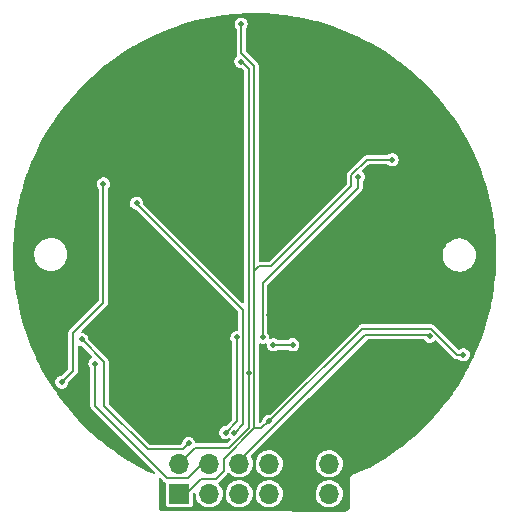
<source format=gbr>
%TF.GenerationSoftware,KiCad,Pcbnew,(5.99.0-9211-g6536d1de72)*%
%TF.CreationDate,2021-02-22T16:11:53-08:00*%
%TF.ProjectId,SoundLens,536f756e-644c-4656-9e73-2e6b69636164,rev?*%
%TF.SameCoordinates,Original*%
%TF.FileFunction,Copper,L2,Bot*%
%TF.FilePolarity,Positive*%
%FSLAX46Y46*%
G04 Gerber Fmt 4.6, Leading zero omitted, Abs format (unit mm)*
G04 Created by KiCad (PCBNEW (5.99.0-9211-g6536d1de72)) date 2021-02-22 16:11:53*
%MOMM*%
%LPD*%
G01*
G04 APERTURE LIST*
%TA.AperFunction,ComponentPad*%
%ADD10R,1.700000X1.700000*%
%TD*%
%TA.AperFunction,ComponentPad*%
%ADD11O,1.700000X1.700000*%
%TD*%
%TA.AperFunction,ViaPad*%
%ADD12C,0.500000*%
%TD*%
%TA.AperFunction,Conductor*%
%ADD13C,0.200000*%
%TD*%
%TA.AperFunction,Conductor*%
%ADD14C,0.250000*%
%TD*%
%TA.AperFunction,Conductor*%
%ADD15C,0.160000*%
%TD*%
G04 APERTURE END LIST*
D10*
%TO.P,J1,1,Pin_1*%
%TO.N,/PDM_CLK*%
X93600000Y-120225000D03*
D11*
%TO.P,J1,2,Pin_2*%
%TO.N,/PDM1*%
X93600000Y-117685000D03*
%TO.P,J1,3,Pin_3*%
%TO.N,/LED_LATCH*%
X96140000Y-120225000D03*
%TO.P,J1,4,Pin_4*%
%TO.N,/PDM2*%
X96140000Y-117685000D03*
%TO.P,J1,5,Pin_5*%
%TO.N,/LED_DATA*%
X98680000Y-120225000D03*
%TO.P,J1,6,Pin_6*%
%TO.N,/PDM3*%
X98680000Y-117685000D03*
%TO.P,J1,7,Pin_7*%
%TO.N,/LED_EN*%
X101220000Y-120225000D03*
%TO.P,J1,8,Pin_8*%
%TO.N,/LED_CLK*%
X101220000Y-117685000D03*
%TO.P,J1,9,Pin_9*%
%TO.N,GND*%
X103760000Y-120225000D03*
%TO.P,J1,10,Pin_10*%
X103760000Y-117685000D03*
%TO.P,J1,11,Pin_11*%
%TO.N,+3V3*%
X106300000Y-120225000D03*
%TO.P,J1,12,Pin_12*%
X106300000Y-117685000D03*
%TD*%
D12*
%TO.N,+3V3*%
X85370000Y-107160000D03*
X101570000Y-107610000D03*
X94420000Y-115960000D03*
X103211847Y-107601847D03*
%TO.N,GND*%
X81762743Y-106097257D03*
X85300000Y-110650000D03*
X96025000Y-113445000D03*
X101170000Y-105060000D03*
X102862500Y-103077500D03*
X116570000Y-107060000D03*
X103791000Y-81319000D03*
X88090000Y-95360000D03*
X90380000Y-90210000D03*
X114220812Y-112520812D03*
X95990000Y-110970000D03*
X113355000Y-96595000D03*
%TO.N,/PDM_CLK*%
X117660000Y-108460000D03*
X87190000Y-93990000D03*
X98840000Y-80450000D03*
X83650000Y-110770000D03*
X111630000Y-91950000D03*
X101200000Y-114100000D03*
%TO.N,/PDM1*%
X99490000Y-110020000D03*
X98830000Y-83630000D03*
%TO.N,/PDM2*%
X97540000Y-115040000D03*
X108760000Y-93410000D03*
X86470000Y-109200000D03*
X100670000Y-106960000D03*
X98490000Y-106990000D03*
%TO.N,/PDM3*%
X98250000Y-115080000D03*
X89990000Y-95610000D03*
X114820000Y-106900000D03*
%TD*%
D13*
%TO.N,+3V3*%
X87220000Y-109060000D02*
X85370000Y-107160000D01*
X103203694Y-107610000D02*
X101636306Y-107610000D01*
X94420000Y-115960000D02*
X93920000Y-116460000D01*
D14*
X101620000Y-107610000D02*
X101570000Y-107610000D01*
D13*
X93920000Y-116460000D02*
X90920000Y-116460000D01*
X101636306Y-107610000D02*
X101628153Y-107601847D01*
X87220000Y-112760000D02*
X87220000Y-109060000D01*
X90920000Y-116460000D02*
X87220000Y-112760000D01*
X103211847Y-107601847D02*
X103203694Y-107610000D01*
D14*
X101628153Y-107601847D02*
X101620000Y-107610000D01*
D15*
%TO.N,/PDM_CLK*%
X114920000Y-106260000D02*
X117120000Y-108460000D01*
X94205000Y-120225000D02*
X93600000Y-120225000D01*
X117120000Y-108460000D02*
X117660000Y-108460000D01*
D13*
X87190000Y-93990000D02*
X87220000Y-94030000D01*
X87230000Y-94030000D02*
X87220000Y-94030000D01*
D15*
X101410000Y-100950000D02*
X100380000Y-100950000D01*
D13*
X87190000Y-93990000D02*
X87230000Y-94030000D01*
D15*
X98840000Y-82900000D02*
X99970000Y-84030000D01*
D13*
X87230000Y-94030000D02*
X87140000Y-94010000D01*
D15*
X97380000Y-117260000D02*
X97380000Y-118270000D01*
X100380000Y-100950000D02*
X99970000Y-101360000D01*
X99970000Y-101360000D02*
X99970000Y-102360000D01*
X109470000Y-91960000D02*
X108170000Y-93260000D01*
D13*
X87190000Y-93990000D02*
X87190000Y-104040000D01*
D15*
X108170000Y-93260000D02*
X108170000Y-94190000D01*
X100500000Y-114690000D02*
X99950000Y-114690000D01*
D13*
X83780000Y-110770000D02*
X83650000Y-110770000D01*
D15*
X99950000Y-114690000D02*
X97380000Y-117260000D01*
X109070000Y-106260000D02*
X114920000Y-106260000D01*
X111620000Y-91960000D02*
X109470000Y-91960000D01*
X111630000Y-91950000D02*
X111620000Y-91960000D01*
X97380000Y-118270000D02*
X96690000Y-118960000D01*
X99970000Y-84030000D02*
X99970000Y-114630000D01*
D13*
X101320000Y-114100000D02*
X101200000Y-114100000D01*
D15*
X101230000Y-114100000D02*
X109070000Y-106260000D01*
D13*
X87220000Y-94030000D02*
X87140000Y-94010000D01*
D15*
X95470000Y-118960000D02*
X94205000Y-120225000D01*
D13*
X84620000Y-109800000D02*
X83650000Y-110770000D01*
D15*
X108170000Y-94190000D02*
X101410000Y-100950000D01*
X101200000Y-114100000D02*
X100500000Y-114690000D01*
D13*
X98810000Y-80440000D02*
X98840000Y-80450000D01*
X93145000Y-120225000D02*
X93145000Y-120135000D01*
D15*
X96690000Y-118960000D02*
X95470000Y-118960000D01*
D13*
X87190000Y-104040000D02*
X84620000Y-106610000D01*
D15*
X98840000Y-80450000D02*
X98840000Y-82900000D01*
D13*
X84620000Y-106610000D02*
X84620000Y-109800000D01*
D15*
X101200000Y-114100000D02*
X101230000Y-114100000D01*
%TO.N,/PDM1*%
X99480000Y-110010000D02*
X99480000Y-84220000D01*
X99500000Y-110030000D02*
X99500000Y-114644996D01*
D13*
X94925000Y-116360000D02*
X93600000Y-117685000D01*
D15*
X99480000Y-84220000D02*
X98890000Y-83630000D01*
D13*
X98890000Y-83630000D02*
X98830000Y-83630000D01*
X97784996Y-116360000D02*
X94925000Y-116360000D01*
D15*
X99500000Y-114644996D02*
X97784996Y-116360000D01*
D13*
X99490000Y-110020000D02*
X99480000Y-110010000D01*
X99490000Y-110020000D02*
X99500000Y-110030000D01*
D15*
%TO.N,/PDM2*%
X100670000Y-106960000D02*
X100670000Y-102410000D01*
X100670000Y-102410000D02*
X108760000Y-94320000D01*
X98490000Y-114090000D02*
X97540000Y-115040000D01*
D13*
X86470000Y-109200000D02*
X86470000Y-112760000D01*
D15*
X98490000Y-106990000D02*
X98490000Y-114090000D01*
D13*
X86470000Y-112760000D02*
X92584978Y-118874978D01*
D15*
X108760000Y-94320000D02*
X108760000Y-93410000D01*
D13*
X94345022Y-118874978D02*
X95535000Y-117685000D01*
X92584978Y-118874978D02*
X94345022Y-118874978D01*
%TO.N,/PDM3*%
X98210000Y-115040000D02*
X98250000Y-115080000D01*
D15*
X109370000Y-106760000D02*
X114680000Y-106760000D01*
X98990000Y-114340000D02*
X98290020Y-115039980D01*
X98290020Y-115039980D02*
X98250000Y-115080000D01*
D13*
X89990000Y-95610000D02*
X90033116Y-95566884D01*
D15*
X90040000Y-95680000D02*
X98990000Y-104630000D01*
X90040000Y-95660000D02*
X90040000Y-95680000D01*
X89990000Y-95610000D02*
X90040000Y-95660000D01*
X98990000Y-104630000D02*
X98990000Y-114340000D01*
X114680000Y-106760000D02*
X114820000Y-106900000D01*
X98680000Y-117450000D02*
X109370000Y-106760000D01*
X98680000Y-117720000D02*
X98680000Y-117450000D01*
%TD*%
%TA.AperFunction,Conductor*%
%TO.N,GND*%
G36*
X100243336Y-79543947D02*
G01*
X100890343Y-79558065D01*
X100894658Y-79558253D01*
X101781162Y-79616358D01*
X101785465Y-79616734D01*
X102327441Y-79676090D01*
X102668601Y-79713453D01*
X102672883Y-79714017D01*
X103482885Y-79838687D01*
X103550926Y-79849160D01*
X103555167Y-79849907D01*
X103631725Y-79865135D01*
X104426537Y-80023234D01*
X104430745Y-80024167D01*
X105093987Y-80186461D01*
X105293683Y-80235326D01*
X105293708Y-80235332D01*
X105297876Y-80236449D01*
X106150780Y-80485048D01*
X106154884Y-80486342D01*
X106863793Y-80726985D01*
X106996169Y-80771921D01*
X107000227Y-80773398D01*
X107828211Y-81095383D01*
X107832197Y-81097034D01*
X108397124Y-81345608D01*
X108645374Y-81454841D01*
X108649286Y-81456666D01*
X109446078Y-81849600D01*
X109449886Y-81851582D01*
X109821305Y-82055349D01*
X110152234Y-82236903D01*
X110228792Y-82278904D01*
X110232530Y-82281063D01*
X110320538Y-82334467D01*
X110442982Y-82408768D01*
X110992013Y-82741928D01*
X110995654Y-82744247D01*
X111017291Y-82758704D01*
X111405749Y-83018263D01*
X111734379Y-83237846D01*
X111737871Y-83240291D01*
X112167898Y-83555600D01*
X112454356Y-83765640D01*
X112457778Y-83768266D01*
X112717108Y-83976400D01*
X113150631Y-84324339D01*
X113153920Y-84327099D01*
X113596937Y-84715614D01*
X113821862Y-84912867D01*
X113825047Y-84915785D01*
X114005898Y-85088912D01*
X114466825Y-85530154D01*
X114469849Y-85533178D01*
X114665577Y-85737638D01*
X115084200Y-86174937D01*
X115087118Y-86178122D01*
X115672885Y-86846062D01*
X115675661Y-86849370D01*
X115926732Y-87162197D01*
X116231732Y-87542218D01*
X116231734Y-87542221D01*
X116234361Y-87545644D01*
X116534851Y-87955460D01*
X116759697Y-88262112D01*
X116762164Y-88265636D01*
X117255741Y-89004327D01*
X117258047Y-89007946D01*
X117565563Y-89514718D01*
X117718936Y-89767469D01*
X117721096Y-89771209D01*
X117944651Y-90178696D01*
X118148412Y-90550103D01*
X118150406Y-90553934D01*
X118543330Y-91350704D01*
X118543340Y-91350725D01*
X118545159Y-91354625D01*
X118627232Y-91541150D01*
X118674575Y-91648744D01*
X118902966Y-92167802D01*
X118904619Y-92171793D01*
X119226604Y-92999778D01*
X119228081Y-93003836D01*
X119253577Y-93078945D01*
X119513656Y-93845108D01*
X119514946Y-93849201D01*
X119560420Y-94005214D01*
X119763556Y-94702146D01*
X119764674Y-94706318D01*
X119950885Y-95467298D01*
X119975832Y-95569250D01*
X119976766Y-95573463D01*
X120093850Y-96162080D01*
X120150091Y-96444824D01*
X120150841Y-96449078D01*
X120285981Y-97327103D01*
X120286545Y-97331385D01*
X120383266Y-98214533D01*
X120383642Y-98218835D01*
X120415607Y-98706523D01*
X120441747Y-99105345D01*
X120441935Y-99109656D01*
X120461129Y-99989294D01*
X120461315Y-99997839D01*
X120461315Y-100002159D01*
X120441935Y-100890338D01*
X120441747Y-100894653D01*
X120383642Y-101781162D01*
X120383266Y-101785465D01*
X120286543Y-102668640D01*
X120285987Y-102672858D01*
X120271150Y-102769259D01*
X120150835Y-103550950D01*
X120150085Y-103555204D01*
X120129778Y-103657294D01*
X120033466Y-104141486D01*
X119988406Y-104368022D01*
X119976767Y-104426533D01*
X119975832Y-104430750D01*
X119829245Y-105029803D01*
X119764668Y-105293707D01*
X119763550Y-105297878D01*
X119514950Y-106150788D01*
X119513658Y-106154884D01*
X119377719Y-106555347D01*
X119293168Y-106804425D01*
X119228079Y-106996169D01*
X119226602Y-107000227D01*
X119145220Y-107209500D01*
X118905763Y-107825265D01*
X118904619Y-107828207D01*
X118902966Y-107832197D01*
X118761402Y-108153927D01*
X118545166Y-108645360D01*
X118543343Y-108649269D01*
X118413482Y-108912601D01*
X118150406Y-109446066D01*
X118148412Y-109449897D01*
X117841179Y-110009909D01*
X117822557Y-110043853D01*
X117723125Y-110225093D01*
X117721097Y-110228790D01*
X117718939Y-110232527D01*
X117258062Y-110992028D01*
X117255742Y-110995670D01*
X116762173Y-111734350D01*
X116759701Y-111737880D01*
X116492873Y-112101789D01*
X116234371Y-112454342D01*
X116231745Y-112457764D01*
X115675668Y-113150623D01*
X115672891Y-113153932D01*
X115153740Y-113745911D01*
X115087133Y-113821862D01*
X115084215Y-113825047D01*
X114953697Y-113961388D01*
X114469846Y-114466825D01*
X114466822Y-114469849D01*
X114245893Y-114681343D01*
X113825051Y-115084211D01*
X113821897Y-115087102D01*
X113488779Y-115379239D01*
X113153920Y-115672901D01*
X113150636Y-115675657D01*
X112536959Y-116168185D01*
X112457775Y-116231737D01*
X112454349Y-116234366D01*
X111900465Y-116640490D01*
X111737880Y-116759702D01*
X111734360Y-116762166D01*
X110995653Y-117255755D01*
X110992057Y-117258045D01*
X110985558Y-117261989D01*
X110684363Y-117444758D01*
X110232531Y-117718936D01*
X110228791Y-117721096D01*
X109716400Y-118002204D01*
X109457610Y-118144181D01*
X109449827Y-118148017D01*
X108274769Y-118664487D01*
X108271136Y-118665785D01*
X108265946Y-118666245D01*
X108226698Y-118685521D01*
X108222943Y-118687267D01*
X108215195Y-118690672D01*
X108206881Y-118694326D01*
X108206878Y-118694328D01*
X108202709Y-118696160D01*
X108198942Y-118698727D01*
X108194956Y-118700937D01*
X108194855Y-118700755D01*
X108190408Y-118703343D01*
X108165696Y-118715480D01*
X108159493Y-118722192D01*
X108158590Y-118723169D01*
X108141640Y-118737782D01*
X108132985Y-118743681D01*
X108127791Y-118751204D01*
X108127790Y-118751205D01*
X108117338Y-118766343D01*
X108108580Y-118777282D01*
X108089892Y-118797503D01*
X108086521Y-118805999D01*
X108086520Y-118806000D01*
X108086028Y-118807240D01*
X108075480Y-118826967D01*
X108074721Y-118828067D01*
X108069527Y-118835590D01*
X108063086Y-118862372D01*
X108058857Y-118875715D01*
X108048699Y-118901315D01*
X108047906Y-118909567D01*
X108047910Y-118911984D01*
X108047910Y-118911993D01*
X108047913Y-118913547D01*
X108045701Y-118932345D01*
X108045548Y-118935294D01*
X108043411Y-118944180D01*
X108044616Y-118953240D01*
X108047183Y-118972539D01*
X108048047Y-118985408D01*
X108052164Y-121199463D01*
X108052255Y-121248578D01*
X108049950Y-121265796D01*
X108050215Y-121265830D01*
X108049041Y-121275019D01*
X108048970Y-121277443D01*
X108046438Y-121363816D01*
X108045784Y-121372639D01*
X108045191Y-121377611D01*
X108043106Y-121389190D01*
X108025877Y-121460330D01*
X108017694Y-121482313D01*
X107985959Y-121543996D01*
X107972830Y-121563436D01*
X107927467Y-121615918D01*
X107910127Y-121631727D01*
X107853685Y-121672059D01*
X107833123Y-121683336D01*
X107768769Y-121709252D01*
X107746124Y-121715373D01*
X107700637Y-121722028D01*
X107673698Y-121725969D01*
X107661981Y-121726978D01*
X107656982Y-121727110D01*
X107648134Y-121726947D01*
X107588122Y-121723160D01*
X107588119Y-121723160D01*
X107583571Y-121722873D01*
X107539802Y-121728200D01*
X107527806Y-121728923D01*
X98726936Y-121724104D01*
X96005275Y-121722613D01*
X94937505Y-121722028D01*
X94937195Y-121722020D01*
X94936991Y-121722000D01*
X94886705Y-121722000D01*
X94859533Y-121721985D01*
X94859317Y-121721985D01*
X94859246Y-121721998D01*
X94859207Y-121722000D01*
X92351825Y-121722000D01*
X92334192Y-121719623D01*
X92334170Y-121719799D01*
X92327380Y-121718931D01*
X92327370Y-121718930D01*
X92324981Y-121718625D01*
X92278089Y-121717251D01*
X92236175Y-121716022D01*
X92227336Y-121715366D01*
X92222379Y-121714774D01*
X92210818Y-121712692D01*
X92139673Y-121695463D01*
X92117687Y-121687278D01*
X92056006Y-121655544D01*
X92036564Y-121642414D01*
X91984082Y-121597051D01*
X91968273Y-121579711D01*
X91934132Y-121531933D01*
X91927941Y-121523269D01*
X91916664Y-121502707D01*
X91890748Y-121438353D01*
X91884626Y-121415707D01*
X91880747Y-121389190D01*
X91874028Y-121343262D01*
X91873022Y-121331577D01*
X91872889Y-121326566D01*
X91873051Y-121317741D01*
X91876329Y-121265796D01*
X91876840Y-121257706D01*
X91876840Y-121257703D01*
X91877127Y-121253155D01*
X91872117Y-121211983D01*
X91871394Y-121199463D01*
X91876573Y-120285474D01*
X91879444Y-119778798D01*
X91882093Y-119311358D01*
X91883692Y-119029254D01*
X91883750Y-119028609D01*
X91884364Y-119026973D01*
X91883957Y-118984383D01*
X91883954Y-118982912D01*
X91883977Y-118978818D01*
X91903211Y-118920735D01*
X91952912Y-118885050D01*
X92014096Y-118885394D01*
X92052979Y-118909371D01*
X92256894Y-119113286D01*
X92256915Y-119113310D01*
X92256922Y-119113325D01*
X92346631Y-119203034D01*
X92368129Y-119213987D01*
X92381368Y-119222101D01*
X92400885Y-119236281D01*
X92401282Y-119236410D01*
X92441907Y-119277036D01*
X92451011Y-119340171D01*
X92444500Y-119375000D01*
X92444500Y-121075000D01*
X92445803Y-121103188D01*
X92476528Y-121211173D01*
X92544186Y-121300767D01*
X92639641Y-121359870D01*
X92687314Y-121368782D01*
X92745493Y-121379658D01*
X92745498Y-121379659D01*
X92750000Y-121380500D01*
X94450000Y-121380500D01*
X94478188Y-121379197D01*
X94546114Y-121359870D01*
X94577352Y-121350982D01*
X94577353Y-121350982D01*
X94586173Y-121348472D01*
X94675767Y-121280814D01*
X94734870Y-121185359D01*
X94746529Y-121122992D01*
X94754658Y-121079507D01*
X94754659Y-121079502D01*
X94755500Y-121075000D01*
X94755500Y-120253615D01*
X94774407Y-120195424D01*
X94784490Y-120183619D01*
X94817385Y-120150724D01*
X94871899Y-120122948D01*
X94932331Y-120132519D01*
X94975596Y-120175784D01*
X94986174Y-120214254D01*
X94998726Y-120405760D01*
X94999842Y-120410153D01*
X94999842Y-120410155D01*
X95021326Y-120494746D01*
X95050778Y-120610714D01*
X95139308Y-120802750D01*
X95261351Y-120975437D01*
X95412820Y-121122992D01*
X95588643Y-121240473D01*
X95592810Y-121242263D01*
X95592815Y-121242266D01*
X95676883Y-121278384D01*
X95782931Y-121323946D01*
X95989177Y-121370615D01*
X96114150Y-121375525D01*
X96195941Y-121378738D01*
X96195942Y-121378738D01*
X96200474Y-121378916D01*
X96409746Y-121348573D01*
X96414045Y-121347114D01*
X96414048Y-121347113D01*
X96605683Y-121282062D01*
X96609984Y-121280602D01*
X96619954Y-121275019D01*
X96780052Y-121185359D01*
X96794482Y-121177278D01*
X96957062Y-121042062D01*
X97092278Y-120879482D01*
X97195602Y-120694984D01*
X97263573Y-120494746D01*
X97275838Y-120410155D01*
X97293496Y-120288374D01*
X97293497Y-120288366D01*
X97293916Y-120285474D01*
X97294751Y-120253615D01*
X97295424Y-120227913D01*
X97295424Y-120227908D01*
X97295500Y-120225000D01*
X97294362Y-120212608D01*
X97292721Y-120194753D01*
X97524896Y-120194753D01*
X97538726Y-120405760D01*
X97539842Y-120410153D01*
X97539842Y-120410155D01*
X97561326Y-120494746D01*
X97590778Y-120610714D01*
X97679308Y-120802750D01*
X97801351Y-120975437D01*
X97952820Y-121122992D01*
X98128643Y-121240473D01*
X98132810Y-121242263D01*
X98132815Y-121242266D01*
X98216883Y-121278384D01*
X98322931Y-121323946D01*
X98529177Y-121370615D01*
X98654150Y-121375525D01*
X98735941Y-121378738D01*
X98735942Y-121378738D01*
X98740474Y-121378916D01*
X98949746Y-121348573D01*
X98954045Y-121347114D01*
X98954048Y-121347113D01*
X99145683Y-121282062D01*
X99149984Y-121280602D01*
X99159954Y-121275019D01*
X99320052Y-121185359D01*
X99334482Y-121177278D01*
X99497062Y-121042062D01*
X99632278Y-120879482D01*
X99735602Y-120694984D01*
X99803573Y-120494746D01*
X99815838Y-120410155D01*
X99833496Y-120288374D01*
X99833497Y-120288366D01*
X99833916Y-120285474D01*
X99834751Y-120253615D01*
X99835424Y-120227913D01*
X99835424Y-120227908D01*
X99835500Y-120225000D01*
X99834362Y-120212608D01*
X99832721Y-120194753D01*
X100064896Y-120194753D01*
X100078726Y-120405760D01*
X100079842Y-120410153D01*
X100079842Y-120410155D01*
X100101326Y-120494746D01*
X100130778Y-120610714D01*
X100219308Y-120802750D01*
X100341351Y-120975437D01*
X100492820Y-121122992D01*
X100668643Y-121240473D01*
X100672810Y-121242263D01*
X100672815Y-121242266D01*
X100756883Y-121278384D01*
X100862931Y-121323946D01*
X101069177Y-121370615D01*
X101194150Y-121375525D01*
X101275941Y-121378738D01*
X101275942Y-121378738D01*
X101280474Y-121378916D01*
X101489746Y-121348573D01*
X101494045Y-121347114D01*
X101494048Y-121347113D01*
X101685683Y-121282062D01*
X101689984Y-121280602D01*
X101699954Y-121275019D01*
X101860052Y-121185359D01*
X101874482Y-121177278D01*
X102037062Y-121042062D01*
X102172278Y-120879482D01*
X102275602Y-120694984D01*
X102343573Y-120494746D01*
X102355838Y-120410155D01*
X102373496Y-120288374D01*
X102373497Y-120288366D01*
X102373916Y-120285474D01*
X102374751Y-120253615D01*
X102375424Y-120227913D01*
X102375424Y-120227908D01*
X102375500Y-120225000D01*
X102374362Y-120212608D01*
X102372721Y-120194753D01*
X105144896Y-120194753D01*
X105158726Y-120405760D01*
X105159842Y-120410153D01*
X105159842Y-120410155D01*
X105181326Y-120494746D01*
X105210778Y-120610714D01*
X105299308Y-120802750D01*
X105421351Y-120975437D01*
X105572820Y-121122992D01*
X105748643Y-121240473D01*
X105752810Y-121242263D01*
X105752815Y-121242266D01*
X105836883Y-121278384D01*
X105942931Y-121323946D01*
X106149177Y-121370615D01*
X106274150Y-121375525D01*
X106355941Y-121378738D01*
X106355942Y-121378738D01*
X106360474Y-121378916D01*
X106569746Y-121348573D01*
X106574045Y-121347114D01*
X106574048Y-121347113D01*
X106765683Y-121282062D01*
X106769984Y-121280602D01*
X106779954Y-121275019D01*
X106940052Y-121185359D01*
X106954482Y-121177278D01*
X107117062Y-121042062D01*
X107252278Y-120879482D01*
X107355602Y-120694984D01*
X107423573Y-120494746D01*
X107435838Y-120410155D01*
X107453496Y-120288374D01*
X107453497Y-120288366D01*
X107453916Y-120285474D01*
X107454751Y-120253615D01*
X107455424Y-120227913D01*
X107455424Y-120227908D01*
X107455500Y-120225000D01*
X107454362Y-120212608D01*
X107436566Y-120018945D01*
X107436151Y-120014427D01*
X107378752Y-119810906D01*
X107285226Y-119621253D01*
X107158704Y-119451820D01*
X107041278Y-119343272D01*
X107006754Y-119311358D01*
X107006753Y-119311357D01*
X107003424Y-119308280D01*
X106971056Y-119287857D01*
X106828423Y-119197863D01*
X106824586Y-119195442D01*
X106628180Y-119117084D01*
X106420783Y-119075830D01*
X106315062Y-119074446D01*
X106213880Y-119073121D01*
X106213875Y-119073121D01*
X106209341Y-119073062D01*
X106204866Y-119073831D01*
X106204865Y-119073831D01*
X106005404Y-119108105D01*
X106000935Y-119108873D01*
X105910858Y-119142104D01*
X105806807Y-119180490D01*
X105806804Y-119180491D01*
X105802544Y-119182063D01*
X105798641Y-119184385D01*
X105798639Y-119184386D01*
X105774558Y-119198713D01*
X105620814Y-119290181D01*
X105617399Y-119293176D01*
X105617396Y-119293178D01*
X105596666Y-119311358D01*
X105461830Y-119429606D01*
X105330916Y-119595670D01*
X105232457Y-119782809D01*
X105169750Y-119984758D01*
X105169216Y-119989268D01*
X105169216Y-119989269D01*
X105166239Y-120014427D01*
X105144896Y-120194753D01*
X102372721Y-120194753D01*
X102356566Y-120018945D01*
X102356151Y-120014427D01*
X102298752Y-119810906D01*
X102205226Y-119621253D01*
X102078704Y-119451820D01*
X101961278Y-119343272D01*
X101926754Y-119311358D01*
X101926753Y-119311357D01*
X101923424Y-119308280D01*
X101891056Y-119287857D01*
X101748423Y-119197863D01*
X101744586Y-119195442D01*
X101548180Y-119117084D01*
X101340783Y-119075830D01*
X101235062Y-119074446D01*
X101133880Y-119073121D01*
X101133875Y-119073121D01*
X101129341Y-119073062D01*
X101124866Y-119073831D01*
X101124865Y-119073831D01*
X100925404Y-119108105D01*
X100920935Y-119108873D01*
X100830858Y-119142104D01*
X100726807Y-119180490D01*
X100726804Y-119180491D01*
X100722544Y-119182063D01*
X100718641Y-119184385D01*
X100718639Y-119184386D01*
X100694558Y-119198713D01*
X100540814Y-119290181D01*
X100537399Y-119293176D01*
X100537396Y-119293178D01*
X100516666Y-119311358D01*
X100381830Y-119429606D01*
X100250916Y-119595670D01*
X100152457Y-119782809D01*
X100089750Y-119984758D01*
X100089216Y-119989268D01*
X100089216Y-119989269D01*
X100086239Y-120014427D01*
X100064896Y-120194753D01*
X99832721Y-120194753D01*
X99816566Y-120018945D01*
X99816151Y-120014427D01*
X99758752Y-119810906D01*
X99665226Y-119621253D01*
X99538704Y-119451820D01*
X99421278Y-119343272D01*
X99386754Y-119311358D01*
X99386753Y-119311357D01*
X99383424Y-119308280D01*
X99351056Y-119287857D01*
X99208423Y-119197863D01*
X99204586Y-119195442D01*
X99008180Y-119117084D01*
X98800783Y-119075830D01*
X98695062Y-119074446D01*
X98593880Y-119073121D01*
X98593875Y-119073121D01*
X98589341Y-119073062D01*
X98584866Y-119073831D01*
X98584865Y-119073831D01*
X98385404Y-119108105D01*
X98380935Y-119108873D01*
X98290858Y-119142104D01*
X98186807Y-119180490D01*
X98186804Y-119180491D01*
X98182544Y-119182063D01*
X98178641Y-119184385D01*
X98178639Y-119184386D01*
X98154558Y-119198713D01*
X98000814Y-119290181D01*
X97997399Y-119293176D01*
X97997396Y-119293178D01*
X97976666Y-119311358D01*
X97841830Y-119429606D01*
X97710916Y-119595670D01*
X97612457Y-119782809D01*
X97549750Y-119984758D01*
X97549216Y-119989268D01*
X97549216Y-119989269D01*
X97546239Y-120014427D01*
X97524896Y-120194753D01*
X97292721Y-120194753D01*
X97276566Y-120018945D01*
X97276151Y-120014427D01*
X97218752Y-119810906D01*
X97125226Y-119621253D01*
X96998704Y-119451820D01*
X96939028Y-119396656D01*
X96909131Y-119343272D01*
X96916323Y-119282511D01*
X96933530Y-119256758D01*
X96958842Y-119229375D01*
X96961537Y-119226571D01*
X97613748Y-118574360D01*
X97630050Y-118561195D01*
X97632571Y-118559567D01*
X97639446Y-118555128D01*
X97644512Y-118548701D01*
X97644516Y-118548698D01*
X97659913Y-118529167D01*
X97666860Y-118521348D01*
X97667414Y-118520694D01*
X97670295Y-118517813D01*
X97672667Y-118514493D01*
X97672671Y-118514489D01*
X97682825Y-118500281D01*
X97685623Y-118496554D01*
X97695073Y-118484566D01*
X97745946Y-118450572D01*
X97807084Y-118452972D01*
X97841902Y-118474940D01*
X97952820Y-118582992D01*
X98128643Y-118700473D01*
X98132810Y-118702263D01*
X98132815Y-118702266D01*
X98196123Y-118729465D01*
X98322931Y-118783946D01*
X98529177Y-118830615D01*
X98654150Y-118835525D01*
X98735941Y-118838738D01*
X98735942Y-118838738D01*
X98740474Y-118838916D01*
X98949746Y-118808573D01*
X98954045Y-118807114D01*
X98954048Y-118807113D01*
X99145683Y-118742062D01*
X99149984Y-118740602D01*
X99182858Y-118722192D01*
X99285897Y-118664487D01*
X99334482Y-118637278D01*
X99497062Y-118502062D01*
X99632278Y-118339482D01*
X99735602Y-118154984D01*
X99765702Y-118066312D01*
X99802113Y-117959048D01*
X99802114Y-117959045D01*
X99803573Y-117954746D01*
X99815839Y-117870152D01*
X99833496Y-117748374D01*
X99833497Y-117748366D01*
X99833916Y-117745474D01*
X99834059Y-117740037D01*
X99835424Y-117687913D01*
X99835424Y-117687908D01*
X99835500Y-117685000D01*
X99833925Y-117667853D01*
X99832721Y-117654753D01*
X100064896Y-117654753D01*
X100067525Y-117694861D01*
X100071708Y-117758678D01*
X100078726Y-117865760D01*
X100079842Y-117870153D01*
X100079842Y-117870155D01*
X100121841Y-118035523D01*
X100130778Y-118070714D01*
X100219308Y-118262750D01*
X100341351Y-118435437D01*
X100492820Y-118582992D01*
X100668643Y-118700473D01*
X100672810Y-118702263D01*
X100672815Y-118702266D01*
X100736123Y-118729465D01*
X100862931Y-118783946D01*
X101069177Y-118830615D01*
X101194150Y-118835525D01*
X101275941Y-118838738D01*
X101275942Y-118838738D01*
X101280474Y-118838916D01*
X101489746Y-118808573D01*
X101494045Y-118807114D01*
X101494048Y-118807113D01*
X101685683Y-118742062D01*
X101689984Y-118740602D01*
X101722858Y-118722192D01*
X101825897Y-118664487D01*
X101874482Y-118637278D01*
X102037062Y-118502062D01*
X102172278Y-118339482D01*
X102275602Y-118154984D01*
X102305702Y-118066312D01*
X102342113Y-117959048D01*
X102342114Y-117959045D01*
X102343573Y-117954746D01*
X102355839Y-117870152D01*
X102373496Y-117748374D01*
X102373497Y-117748366D01*
X102373916Y-117745474D01*
X102374059Y-117740037D01*
X102375424Y-117687913D01*
X102375424Y-117687908D01*
X102375500Y-117685000D01*
X102373925Y-117667853D01*
X102372721Y-117654753D01*
X105144896Y-117654753D01*
X105147525Y-117694861D01*
X105151708Y-117758678D01*
X105158726Y-117865760D01*
X105159842Y-117870153D01*
X105159842Y-117870155D01*
X105201841Y-118035523D01*
X105210778Y-118070714D01*
X105299308Y-118262750D01*
X105421351Y-118435437D01*
X105572820Y-118582992D01*
X105748643Y-118700473D01*
X105752810Y-118702263D01*
X105752815Y-118702266D01*
X105816123Y-118729465D01*
X105942931Y-118783946D01*
X106149177Y-118830615D01*
X106274150Y-118835525D01*
X106355941Y-118838738D01*
X106355942Y-118838738D01*
X106360474Y-118838916D01*
X106569746Y-118808573D01*
X106574045Y-118807114D01*
X106574048Y-118807113D01*
X106765683Y-118742062D01*
X106769984Y-118740602D01*
X106802858Y-118722192D01*
X106905897Y-118664487D01*
X106954482Y-118637278D01*
X107117062Y-118502062D01*
X107252278Y-118339482D01*
X107355602Y-118154984D01*
X107385702Y-118066312D01*
X107422113Y-117959048D01*
X107422114Y-117959045D01*
X107423573Y-117954746D01*
X107435839Y-117870152D01*
X107453496Y-117748374D01*
X107453497Y-117748366D01*
X107453916Y-117745474D01*
X107454059Y-117740037D01*
X107455424Y-117687913D01*
X107455424Y-117687908D01*
X107455500Y-117685000D01*
X107453925Y-117667853D01*
X107436566Y-117478945D01*
X107436151Y-117474427D01*
X107378752Y-117270906D01*
X107375632Y-117264580D01*
X107287237Y-117085330D01*
X107287235Y-117085326D01*
X107285226Y-117081253D01*
X107158704Y-116911820D01*
X107003424Y-116768280D01*
X106999423Y-116765755D01*
X106828423Y-116657863D01*
X106824586Y-116655442D01*
X106628180Y-116577084D01*
X106420783Y-116535830D01*
X106315062Y-116534446D01*
X106213880Y-116533121D01*
X106213875Y-116533121D01*
X106209341Y-116533062D01*
X106204866Y-116533831D01*
X106204865Y-116533831D01*
X106006830Y-116567860D01*
X106000935Y-116568873D01*
X105973555Y-116578974D01*
X105806807Y-116640490D01*
X105806804Y-116640491D01*
X105802544Y-116642063D01*
X105798641Y-116644385D01*
X105798639Y-116644386D01*
X105749584Y-116673571D01*
X105620814Y-116750181D01*
X105617399Y-116753176D01*
X105617396Y-116753178D01*
X105561308Y-116802366D01*
X105461830Y-116889606D01*
X105330916Y-117055670D01*
X105328803Y-117059685D01*
X105328803Y-117059686D01*
X105250673Y-117208187D01*
X105232457Y-117242809D01*
X105169750Y-117444758D01*
X105169216Y-117449268D01*
X105169216Y-117449269D01*
X105166239Y-117474427D01*
X105144896Y-117654753D01*
X102372721Y-117654753D01*
X102356566Y-117478945D01*
X102356151Y-117474427D01*
X102298752Y-117270906D01*
X102295632Y-117264580D01*
X102207237Y-117085330D01*
X102207235Y-117085326D01*
X102205226Y-117081253D01*
X102078704Y-116911820D01*
X101923424Y-116768280D01*
X101919423Y-116765755D01*
X101748423Y-116657863D01*
X101744586Y-116655442D01*
X101548180Y-116577084D01*
X101340783Y-116535830D01*
X101235062Y-116534446D01*
X101133880Y-116533121D01*
X101133875Y-116533121D01*
X101129341Y-116533062D01*
X101124866Y-116533831D01*
X101124865Y-116533831D01*
X100926830Y-116567860D01*
X100920935Y-116568873D01*
X100893555Y-116578974D01*
X100726807Y-116640490D01*
X100726804Y-116640491D01*
X100722544Y-116642063D01*
X100718641Y-116644385D01*
X100718639Y-116644386D01*
X100669584Y-116673571D01*
X100540814Y-116750181D01*
X100537399Y-116753176D01*
X100537396Y-116753178D01*
X100481308Y-116802366D01*
X100381830Y-116889606D01*
X100250916Y-117055670D01*
X100248803Y-117059685D01*
X100248803Y-117059686D01*
X100170673Y-117208187D01*
X100152457Y-117242809D01*
X100089750Y-117444758D01*
X100089216Y-117449268D01*
X100089216Y-117449269D01*
X100086239Y-117474427D01*
X100064896Y-117654753D01*
X99832721Y-117654753D01*
X99816566Y-117478945D01*
X99816151Y-117474427D01*
X99758752Y-117270906D01*
X99670719Y-117092391D01*
X99661939Y-117031841D01*
X99689505Y-116978603D01*
X104587725Y-112080384D01*
X109498613Y-107169496D01*
X109553130Y-107141719D01*
X109568617Y-107140500D01*
X114266360Y-107140500D01*
X114324551Y-107159407D01*
X114351574Y-107189106D01*
X114381220Y-107239236D01*
X114381223Y-107239240D01*
X114384658Y-107245048D01*
X114493485Y-107349409D01*
X114499438Y-107352601D01*
X114510276Y-107358412D01*
X114626368Y-107420660D01*
X114632948Y-107422131D01*
X114632951Y-107422132D01*
X114766931Y-107452080D01*
X114766932Y-107452080D01*
X114773517Y-107453552D01*
X114780256Y-107453199D01*
X114780258Y-107453199D01*
X114829738Y-107450606D01*
X114924090Y-107445661D01*
X115066995Y-107397568D01*
X115191702Y-107312817D01*
X115233512Y-107263341D01*
X115285512Y-107231101D01*
X115346533Y-107235582D01*
X115379131Y-107257239D01*
X116122679Y-108000788D01*
X116815642Y-108693751D01*
X116828807Y-108710053D01*
X116834872Y-108719446D01*
X116841301Y-108724514D01*
X116860824Y-108739905D01*
X116868677Y-108746882D01*
X116869305Y-108747414D01*
X116872187Y-108750296D01*
X116875507Y-108752668D01*
X116875511Y-108752672D01*
X116889733Y-108762836D01*
X116893462Y-108765635D01*
X116908894Y-108777800D01*
X116934284Y-108797816D01*
X116941473Y-108800341D01*
X116944200Y-108801757D01*
X116950403Y-108806190D01*
X116983696Y-108816147D01*
X117000233Y-108821093D01*
X117004667Y-108822534D01*
X117039200Y-108834661D01*
X117053721Y-108839760D01*
X117059926Y-108840297D01*
X117059929Y-108840298D01*
X117060064Y-108840309D01*
X117062266Y-108840500D01*
X117064251Y-108840500D01*
X117065473Y-108840603D01*
X117071684Y-108842461D01*
X117079857Y-108842140D01*
X117079858Y-108842140D01*
X117119649Y-108840576D01*
X117123537Y-108840500D01*
X117221830Y-108840500D01*
X117280021Y-108859407D01*
X117290351Y-108868045D01*
X117333485Y-108909409D01*
X117339438Y-108912601D01*
X117457077Y-108975678D01*
X117466368Y-108980660D01*
X117472948Y-108982131D01*
X117472951Y-108982132D01*
X117606931Y-109012080D01*
X117606932Y-109012080D01*
X117613517Y-109013552D01*
X117620256Y-109013199D01*
X117620258Y-109013199D01*
X117669738Y-109010606D01*
X117764090Y-109005661D01*
X117906995Y-108957568D01*
X118031702Y-108872817D01*
X118036056Y-108867665D01*
X118036058Y-108867663D01*
X118091436Y-108802131D01*
X118129024Y-108757652D01*
X118180431Y-108645370D01*
X118188982Y-108626693D01*
X118188983Y-108626691D01*
X118191791Y-108620557D01*
X118198311Y-108579395D01*
X118214811Y-108475214D01*
X118215378Y-108471634D01*
X118215500Y-108460000D01*
X118195037Y-108310615D01*
X118192360Y-108304429D01*
X118192359Y-108304425D01*
X118137836Y-108178430D01*
X118137834Y-108178426D01*
X118135155Y-108172236D01*
X118040266Y-108055058D01*
X118001656Y-108027619D01*
X117922859Y-107971621D01*
X117922858Y-107971620D01*
X117917361Y-107967714D01*
X117911017Y-107965430D01*
X117911013Y-107965428D01*
X117781843Y-107918924D01*
X117781840Y-107918923D01*
X117775495Y-107916639D01*
X117750504Y-107914804D01*
X117631854Y-107906090D01*
X117631850Y-107906090D01*
X117625120Y-107905596D01*
X117618505Y-107906930D01*
X117618503Y-107906930D01*
X117572803Y-107916145D01*
X117477315Y-107935399D01*
X117471309Y-107938459D01*
X117471307Y-107938460D01*
X117348982Y-108000788D01*
X117342969Y-108003852D01*
X117338000Y-108008421D01*
X117332461Y-108012271D01*
X117331428Y-108010785D01*
X117283772Y-108032610D01*
X117223793Y-108020522D01*
X117202379Y-108004271D01*
X116222318Y-107024209D01*
X115224358Y-106026249D01*
X115211193Y-106009947D01*
X115209568Y-106007430D01*
X115209567Y-106007429D01*
X115205128Y-106000554D01*
X115179176Y-105980095D01*
X115171323Y-105973118D01*
X115170695Y-105972586D01*
X115167813Y-105969704D01*
X115164493Y-105967332D01*
X115164489Y-105967328D01*
X115150267Y-105957164D01*
X115146538Y-105954365D01*
X115112140Y-105927248D01*
X115112139Y-105927247D01*
X115105716Y-105922184D01*
X115098527Y-105919659D01*
X115095800Y-105918243D01*
X115089597Y-105913810D01*
X115039767Y-105898907D01*
X115035333Y-105897466D01*
X114995337Y-105883421D01*
X114986279Y-105880240D01*
X114980074Y-105879703D01*
X114980071Y-105879702D01*
X114979936Y-105879691D01*
X114977734Y-105879500D01*
X114975749Y-105879500D01*
X114974527Y-105879397D01*
X114968316Y-105877539D01*
X114960143Y-105877860D01*
X114960142Y-105877860D01*
X114920351Y-105879424D01*
X114916463Y-105879500D01*
X109119931Y-105879500D01*
X109099095Y-105877282D01*
X109097509Y-105876941D01*
X109088160Y-105874928D01*
X109055328Y-105878814D01*
X109044930Y-105879427D01*
X109044047Y-105879500D01*
X109039960Y-105879500D01*
X109018697Y-105883039D01*
X109014090Y-105883694D01*
X109002393Y-105885079D01*
X108970574Y-105888845D01*
X108970572Y-105888845D01*
X108962449Y-105889807D01*
X108955573Y-105893109D01*
X108952658Y-105894031D01*
X108945130Y-105895284D01*
X108900908Y-105919145D01*
X108899366Y-105919977D01*
X108895208Y-105922095D01*
X108895023Y-105922184D01*
X108848335Y-105944603D01*
X108841770Y-105950122D01*
X108840367Y-105951525D01*
X108839429Y-105952317D01*
X108833724Y-105955395D01*
X108820497Y-105969704D01*
X108801157Y-105990626D01*
X108798463Y-105993429D01*
X101272791Y-113519100D01*
X101218274Y-113546877D01*
X101195540Y-113547830D01*
X101165120Y-113545596D01*
X101158505Y-113546930D01*
X101158503Y-113546930D01*
X101036513Y-113571528D01*
X101017315Y-113575399D01*
X100882969Y-113643852D01*
X100878006Y-113648415D01*
X100878004Y-113648417D01*
X100812353Y-113708786D01*
X100771980Y-113745911D01*
X100692525Y-113874058D01*
X100650459Y-114018851D01*
X100650388Y-114025601D01*
X100649402Y-114032279D01*
X100646638Y-114031871D01*
X100630926Y-114078561D01*
X100615249Y-114095234D01*
X100513303Y-114181160D01*
X100456623Y-114204205D01*
X100397223Y-114189534D01*
X100357791Y-114142750D01*
X100350500Y-114105462D01*
X100350500Y-107575315D01*
X100369407Y-107517124D01*
X100418907Y-107481160D01*
X100475989Y-107482358D01*
X100476368Y-107480660D01*
X100616931Y-107512080D01*
X100616932Y-107512080D01*
X100623517Y-107513552D01*
X100630256Y-107513199D01*
X100630258Y-107513199D01*
X100679738Y-107510606D01*
X100774090Y-107505661D01*
X100780490Y-107503507D01*
X100780491Y-107503507D01*
X100889543Y-107466807D01*
X100950725Y-107466166D01*
X101000599Y-107501610D01*
X101020115Y-107561673D01*
X101019657Y-107605466D01*
X101018880Y-107679623D01*
X101020625Y-107686134D01*
X101020625Y-107686137D01*
X101027971Y-107713552D01*
X101057905Y-107825265D01*
X101061338Y-107831071D01*
X101061339Y-107831072D01*
X101062005Y-107832198D01*
X101134658Y-107955048D01*
X101243485Y-108059409D01*
X101249438Y-108062601D01*
X101361163Y-108122507D01*
X101376368Y-108130660D01*
X101382948Y-108132131D01*
X101382951Y-108132132D01*
X101516931Y-108162080D01*
X101516932Y-108162080D01*
X101523517Y-108163552D01*
X101530256Y-108163199D01*
X101530258Y-108163199D01*
X101579738Y-108160606D01*
X101674090Y-108155661D01*
X101816995Y-108107568D01*
X101826201Y-108101312D01*
X101919293Y-108038046D01*
X101934636Y-108027619D01*
X101990282Y-108010500D01*
X102803035Y-108010500D01*
X102861226Y-108029407D01*
X102871548Y-108038038D01*
X102885332Y-108051256D01*
X102891285Y-108054448D01*
X102998644Y-108112013D01*
X103018215Y-108122507D01*
X103024795Y-108123978D01*
X103024798Y-108123979D01*
X103158778Y-108153927D01*
X103158779Y-108153927D01*
X103165364Y-108155399D01*
X103172103Y-108155046D01*
X103172105Y-108155046D01*
X103221585Y-108152453D01*
X103315937Y-108147508D01*
X103458842Y-108099415D01*
X103583549Y-108014664D01*
X103587903Y-108009512D01*
X103587905Y-108009510D01*
X103650533Y-107935399D01*
X103680871Y-107899499D01*
X103743638Y-107762404D01*
X103747886Y-107735587D01*
X103766658Y-107617061D01*
X103767225Y-107613481D01*
X103767347Y-107601847D01*
X103746884Y-107452462D01*
X103744207Y-107446276D01*
X103744206Y-107446272D01*
X103689683Y-107320277D01*
X103689681Y-107320273D01*
X103687002Y-107314083D01*
X103592113Y-107196905D01*
X103586614Y-107192997D01*
X103474706Y-107113468D01*
X103474705Y-107113467D01*
X103469208Y-107109561D01*
X103462864Y-107107277D01*
X103462860Y-107107275D01*
X103333690Y-107060771D01*
X103333687Y-107060770D01*
X103327342Y-107058486D01*
X103302351Y-107056651D01*
X103183701Y-107047937D01*
X103183697Y-107047937D01*
X103176967Y-107047443D01*
X103170352Y-107048777D01*
X103170350Y-107048777D01*
X103110868Y-107060771D01*
X103029162Y-107077246D01*
X102894816Y-107145699D01*
X102889852Y-107150263D01*
X102889847Y-107150267D01*
X102853845Y-107183373D01*
X102798213Y-107208844D01*
X102786834Y-107209500D01*
X101988112Y-107209500D01*
X101930763Y-107191198D01*
X101832859Y-107121621D01*
X101832858Y-107121620D01*
X101827361Y-107117714D01*
X101821017Y-107115430D01*
X101821013Y-107115428D01*
X101691843Y-107068924D01*
X101691840Y-107068923D01*
X101685495Y-107066639D01*
X101660504Y-107064804D01*
X101541854Y-107056090D01*
X101541850Y-107056090D01*
X101535120Y-107055596D01*
X101528505Y-107056930D01*
X101528503Y-107056930D01*
X101482803Y-107066145D01*
X101387315Y-107085399D01*
X101381309Y-107088459D01*
X101381304Y-107088461D01*
X101364684Y-107096930D01*
X101304252Y-107106502D01*
X101249735Y-107078726D01*
X101221957Y-107024209D01*
X101221957Y-106993234D01*
X101224811Y-106975214D01*
X101225378Y-106971634D01*
X101225500Y-106960000D01*
X101205037Y-106810615D01*
X101202360Y-106804429D01*
X101202359Y-106804425D01*
X101147836Y-106678430D01*
X101147834Y-106678426D01*
X101145155Y-106672236D01*
X101072562Y-106582591D01*
X101050500Y-106520289D01*
X101050500Y-102608616D01*
X101069407Y-102550425D01*
X101079496Y-102538612D01*
X103502725Y-100115383D01*
X115918456Y-100115383D01*
X115956249Y-100350021D01*
X116033036Y-100574938D01*
X116035040Y-100578621D01*
X116144616Y-100780017D01*
X116144619Y-100780022D01*
X116146621Y-100783701D01*
X116293757Y-100970341D01*
X116296877Y-100973155D01*
X116412402Y-101077357D01*
X116470236Y-101129523D01*
X116671012Y-101256694D01*
X116770522Y-101298218D01*
X116886476Y-101346604D01*
X116886481Y-101346606D01*
X116890345Y-101348218D01*
X116894433Y-101349158D01*
X117066503Y-101388725D01*
X117121963Y-101401478D01*
X117126139Y-101401715D01*
X117126145Y-101401716D01*
X117355062Y-101414715D01*
X117355068Y-101414715D01*
X117359244Y-101414952D01*
X117595402Y-101388254D01*
X117599425Y-101387089D01*
X117599430Y-101387088D01*
X117766438Y-101338725D01*
X117823686Y-101322147D01*
X118037568Y-101218522D01*
X118230933Y-101080342D01*
X118398251Y-100911557D01*
X118534738Y-100716995D01*
X118613574Y-100550593D01*
X118634700Y-100506001D01*
X118634701Y-100505999D01*
X118636493Y-100502216D01*
X118700605Y-100273364D01*
X118725241Y-100036982D01*
X118725500Y-100010000D01*
X118724835Y-100002154D01*
X118705760Y-99777359D01*
X118705760Y-99777358D01*
X118705406Y-99773188D01*
X118693511Y-99727359D01*
X118646752Y-99547204D01*
X118646751Y-99547201D01*
X118645699Y-99543148D01*
X118548087Y-99326456D01*
X118415360Y-99129308D01*
X118251312Y-98957343D01*
X118060636Y-98815476D01*
X117958553Y-98763574D01*
X117852515Y-98709661D01*
X117852511Y-98709659D01*
X117848783Y-98707764D01*
X117621811Y-98637287D01*
X117589267Y-98632974D01*
X117390360Y-98606610D01*
X117390356Y-98606610D01*
X117386208Y-98606060D01*
X117382023Y-98606217D01*
X117382020Y-98606217D01*
X117283828Y-98609904D01*
X117148713Y-98614976D01*
X116916115Y-98663780D01*
X116695065Y-98751077D01*
X116691489Y-98753247D01*
X116691485Y-98753249D01*
X116592073Y-98813574D01*
X116491885Y-98874370D01*
X116488721Y-98877116D01*
X116488715Y-98877120D01*
X116315547Y-99027387D01*
X116315543Y-99027391D01*
X116312382Y-99030134D01*
X116309727Y-99033372D01*
X116309726Y-99033373D01*
X116227264Y-99133944D01*
X116161691Y-99213916D01*
X116044119Y-99420460D01*
X115963028Y-99643861D01*
X115920738Y-99877731D01*
X115918456Y-100115383D01*
X103502725Y-100115383D01*
X108993748Y-94624360D01*
X109010050Y-94611195D01*
X109012571Y-94609567D01*
X109019446Y-94605128D01*
X109024512Y-94598701D01*
X109024516Y-94598698D01*
X109039913Y-94579167D01*
X109046850Y-94571359D01*
X109047410Y-94570698D01*
X109050296Y-94567812D01*
X109062845Y-94550252D01*
X109065624Y-94546551D01*
X109092751Y-94512141D01*
X109097816Y-94505716D01*
X109100342Y-94498524D01*
X109101754Y-94495805D01*
X109106190Y-94489597D01*
X109121093Y-94439767D01*
X109122534Y-94435333D01*
X109137695Y-94392159D01*
X109139760Y-94386279D01*
X109140500Y-94377734D01*
X109140500Y-94375749D01*
X109140603Y-94374527D01*
X109142461Y-94368316D01*
X109140576Y-94320341D01*
X109140500Y-94316454D01*
X109140500Y-93848635D01*
X109159407Y-93790444D01*
X109163884Y-93784735D01*
X109217443Y-93721356D01*
X109229024Y-93707652D01*
X109259243Y-93641649D01*
X109288982Y-93576693D01*
X109288983Y-93576691D01*
X109291791Y-93570557D01*
X109296882Y-93538417D01*
X109314811Y-93425214D01*
X109315378Y-93421634D01*
X109315500Y-93410000D01*
X109295037Y-93260615D01*
X109292360Y-93254429D01*
X109292359Y-93254425D01*
X109237836Y-93128430D01*
X109237834Y-93128426D01*
X109235155Y-93122236D01*
X109140266Y-93005058D01*
X109132169Y-92999304D01*
X109130711Y-92997342D01*
X109129844Y-92996527D01*
X109129990Y-92996371D01*
X109095686Y-92950186D01*
X109095041Y-92889004D01*
X109119509Y-92848599D01*
X109598612Y-92369496D01*
X109653129Y-92341719D01*
X109668616Y-92340500D01*
X111202258Y-92340500D01*
X111260449Y-92359407D01*
X111270779Y-92368045D01*
X111303485Y-92399409D01*
X111436368Y-92470660D01*
X111442948Y-92472131D01*
X111442951Y-92472132D01*
X111576931Y-92502080D01*
X111576932Y-92502080D01*
X111583517Y-92503552D01*
X111590256Y-92503199D01*
X111590258Y-92503199D01*
X111639738Y-92500606D01*
X111734090Y-92495661D01*
X111876995Y-92447568D01*
X112001702Y-92362817D01*
X112006056Y-92357665D01*
X112006058Y-92357663D01*
X112044722Y-92311910D01*
X112099024Y-92247652D01*
X112161791Y-92110557D01*
X112185378Y-91961634D01*
X112185500Y-91950000D01*
X112165037Y-91800615D01*
X112162360Y-91794429D01*
X112162359Y-91794425D01*
X112107836Y-91668430D01*
X112107834Y-91668426D01*
X112105155Y-91662236D01*
X112010266Y-91545058D01*
X111938212Y-91493852D01*
X111892859Y-91461621D01*
X111892858Y-91461620D01*
X111887361Y-91457714D01*
X111881017Y-91455430D01*
X111881013Y-91455428D01*
X111751843Y-91408924D01*
X111751840Y-91408923D01*
X111745495Y-91406639D01*
X111720504Y-91404804D01*
X111601854Y-91396090D01*
X111601850Y-91396090D01*
X111595120Y-91395596D01*
X111588505Y-91396930D01*
X111588503Y-91396930D01*
X111542803Y-91406145D01*
X111447315Y-91425399D01*
X111312969Y-91493852D01*
X111308006Y-91498415D01*
X111308004Y-91498417D01*
X111248239Y-91553374D01*
X111192607Y-91578844D01*
X111181228Y-91579500D01*
X109519931Y-91579500D01*
X109499095Y-91577282D01*
X109497509Y-91576941D01*
X109488160Y-91574928D01*
X109455328Y-91578814D01*
X109444930Y-91579427D01*
X109444047Y-91579500D01*
X109439960Y-91579500D01*
X109418697Y-91583039D01*
X109414090Y-91583694D01*
X109402393Y-91585079D01*
X109370574Y-91588845D01*
X109370572Y-91588845D01*
X109362449Y-91589807D01*
X109355573Y-91593109D01*
X109352658Y-91594031D01*
X109345130Y-91595284D01*
X109299361Y-91619980D01*
X109295228Y-91622086D01*
X109248336Y-91644603D01*
X109241770Y-91650122D01*
X109240363Y-91651529D01*
X109239431Y-91652316D01*
X109233724Y-91655395D01*
X109221675Y-91668430D01*
X109201158Y-91690625D01*
X109198464Y-91693428D01*
X107936249Y-92955642D01*
X107919947Y-92968807D01*
X107910554Y-92974872D01*
X107905486Y-92981301D01*
X107890095Y-93000824D01*
X107883118Y-93008677D01*
X107882586Y-93009305D01*
X107879704Y-93012187D01*
X107877332Y-93015507D01*
X107877328Y-93015511D01*
X107867164Y-93029733D01*
X107864365Y-93033462D01*
X107832184Y-93074284D01*
X107829659Y-93081473D01*
X107828243Y-93084200D01*
X107823810Y-93090403D01*
X107815859Y-93116989D01*
X107808907Y-93140233D01*
X107807466Y-93144667D01*
X107790240Y-93193721D01*
X107789500Y-93202266D01*
X107789500Y-93204251D01*
X107789397Y-93205473D01*
X107787539Y-93211684D01*
X107787860Y-93219857D01*
X107787860Y-93219858D01*
X107789424Y-93259649D01*
X107789500Y-93263537D01*
X107789500Y-93991384D01*
X107770593Y-94049575D01*
X107760504Y-94061388D01*
X101281387Y-100540504D01*
X101226870Y-100568281D01*
X101211383Y-100569500D01*
X100449500Y-100569500D01*
X100391309Y-100550593D01*
X100355345Y-100501093D01*
X100350500Y-100470500D01*
X100350500Y-84079931D01*
X100352718Y-84059095D01*
X100353349Y-84056162D01*
X100355072Y-84048160D01*
X100351186Y-84015328D01*
X100350573Y-84004930D01*
X100350500Y-84004047D01*
X100350500Y-83999960D01*
X100346961Y-83978697D01*
X100346305Y-83974086D01*
X100341155Y-83930574D01*
X100341155Y-83930572D01*
X100340193Y-83922449D01*
X100336891Y-83915573D01*
X100335969Y-83912658D01*
X100334716Y-83905130D01*
X100310020Y-83859360D01*
X100307905Y-83855208D01*
X100288095Y-83813954D01*
X100285397Y-83808335D01*
X100279878Y-83801770D01*
X100278475Y-83800367D01*
X100277683Y-83799429D01*
X100274605Y-83793724D01*
X100239374Y-83761157D01*
X100236572Y-83758464D01*
X99249496Y-82771387D01*
X99221719Y-82716870D01*
X99220500Y-82701383D01*
X99220500Y-80888635D01*
X99239407Y-80830444D01*
X99243884Y-80824735D01*
X99287267Y-80773398D01*
X99309024Y-80747652D01*
X99371791Y-80610557D01*
X99379064Y-80564641D01*
X99394811Y-80465214D01*
X99395378Y-80461634D01*
X99395500Y-80450000D01*
X99375037Y-80300615D01*
X99372360Y-80294429D01*
X99372359Y-80294425D01*
X99317836Y-80168430D01*
X99317834Y-80168426D01*
X99315155Y-80162236D01*
X99220266Y-80045058D01*
X99214767Y-80041150D01*
X99102859Y-79961621D01*
X99102858Y-79961620D01*
X99097361Y-79957714D01*
X99091017Y-79955430D01*
X99091013Y-79955428D01*
X98961843Y-79908924D01*
X98961840Y-79908923D01*
X98955495Y-79906639D01*
X98930504Y-79904804D01*
X98811854Y-79896090D01*
X98811850Y-79896090D01*
X98805120Y-79895596D01*
X98798505Y-79896930D01*
X98798503Y-79896930D01*
X98752803Y-79906145D01*
X98657315Y-79925399D01*
X98522969Y-79993852D01*
X98518006Y-79998415D01*
X98518004Y-79998417D01*
X98461579Y-80050303D01*
X98411980Y-80095911D01*
X98352060Y-80192551D01*
X98338027Y-80215185D01*
X98332525Y-80224058D01*
X98329250Y-80235332D01*
X98308342Y-80307298D01*
X98290459Y-80368851D01*
X98288880Y-80519623D01*
X98290625Y-80526134D01*
X98290625Y-80526137D01*
X98307041Y-80587402D01*
X98327905Y-80665265D01*
X98404658Y-80795048D01*
X98409530Y-80799720D01*
X98429022Y-80818412D01*
X98457935Y-80872335D01*
X98459500Y-80889867D01*
X98459500Y-82850069D01*
X98457282Y-82870905D01*
X98454928Y-82881840D01*
X98455890Y-82889965D01*
X98458814Y-82914672D01*
X98459427Y-82925070D01*
X98459500Y-82925953D01*
X98459500Y-82930040D01*
X98460171Y-82934070D01*
X98463038Y-82951298D01*
X98463694Y-82955910D01*
X98469807Y-83007551D01*
X98473109Y-83014427D01*
X98474031Y-83017342D01*
X98475284Y-83024870D01*
X98499977Y-83070634D01*
X98502083Y-83074767D01*
X98506685Y-83084351D01*
X98514829Y-83144990D01*
X98484450Y-83200076D01*
X98406951Y-83271339D01*
X98406948Y-83271343D01*
X98401980Y-83275911D01*
X98322525Y-83404058D01*
X98280459Y-83548851D01*
X98278880Y-83699623D01*
X98280625Y-83706134D01*
X98280625Y-83706137D01*
X98295011Y-83759825D01*
X98317905Y-83845265D01*
X98321338Y-83851071D01*
X98321339Y-83851072D01*
X98337653Y-83878658D01*
X98394658Y-83975048D01*
X98503485Y-84079409D01*
X98636368Y-84150660D01*
X98642948Y-84152131D01*
X98642951Y-84152132D01*
X98776931Y-84182080D01*
X98776932Y-84182080D01*
X98783517Y-84183552D01*
X98790256Y-84183199D01*
X98790259Y-84183199D01*
X98855354Y-84179787D01*
X98914455Y-84195622D01*
X98930540Y-84208648D01*
X99070504Y-84348613D01*
X99098281Y-84403129D01*
X99099500Y-84418616D01*
X99099500Y-103962384D01*
X99080593Y-104020575D01*
X99031093Y-104056539D01*
X98969907Y-104056539D01*
X98930496Y-104032388D01*
X94780038Y-99881929D01*
X90574178Y-95676069D01*
X90546401Y-95621552D01*
X90545468Y-95613095D01*
X90545500Y-95610000D01*
X90525037Y-95460615D01*
X90522360Y-95454429D01*
X90522359Y-95454425D01*
X90467836Y-95328430D01*
X90467834Y-95328426D01*
X90465155Y-95322236D01*
X90370266Y-95205058D01*
X90298212Y-95153852D01*
X90252859Y-95121621D01*
X90252858Y-95121620D01*
X90247361Y-95117714D01*
X90241017Y-95115430D01*
X90241013Y-95115428D01*
X90111843Y-95068924D01*
X90111840Y-95068923D01*
X90105495Y-95066639D01*
X90080504Y-95064804D01*
X89961854Y-95056090D01*
X89961850Y-95056090D01*
X89955120Y-95055596D01*
X89948505Y-95056930D01*
X89948503Y-95056930D01*
X89902803Y-95066145D01*
X89807315Y-95085399D01*
X89672969Y-95153852D01*
X89668006Y-95158415D01*
X89668004Y-95158417D01*
X89611579Y-95210303D01*
X89561980Y-95255911D01*
X89482525Y-95384058D01*
X89480642Y-95390540D01*
X89458342Y-95467298D01*
X89440459Y-95528851D01*
X89438880Y-95679623D01*
X89477905Y-95825265D01*
X89554658Y-95955048D01*
X89663485Y-96059409D01*
X89796368Y-96130660D01*
X89802948Y-96132131D01*
X89802951Y-96132132D01*
X89936931Y-96162080D01*
X89936932Y-96162080D01*
X89943517Y-96163552D01*
X89950258Y-96163199D01*
X89952179Y-96163360D01*
X90008584Y-96187069D01*
X90013901Y-96192009D01*
X98580504Y-104758612D01*
X98608281Y-104813129D01*
X98609500Y-104828616D01*
X98609500Y-106340396D01*
X98590593Y-106398587D01*
X98541093Y-106434551D01*
X98503250Y-106439130D01*
X98461855Y-106436090D01*
X98461851Y-106436090D01*
X98455120Y-106435596D01*
X98448505Y-106436930D01*
X98448503Y-106436930D01*
X98389363Y-106448855D01*
X98307315Y-106465399D01*
X98301309Y-106468459D01*
X98301307Y-106468460D01*
X98254338Y-106492392D01*
X98172969Y-106533852D01*
X98168006Y-106538415D01*
X98168004Y-106538417D01*
X98150671Y-106554356D01*
X98061980Y-106635911D01*
X97982525Y-106764058D01*
X97980642Y-106770540D01*
X97951097Y-106872236D01*
X97940459Y-106908851D01*
X97938880Y-107059623D01*
X97940625Y-107066134D01*
X97940625Y-107066137D01*
X97946607Y-107088461D01*
X97977905Y-107205265D01*
X97981338Y-107211071D01*
X97981339Y-107211072D01*
X98049976Y-107327131D01*
X98054658Y-107335048D01*
X98059530Y-107339720D01*
X98079022Y-107358412D01*
X98107935Y-107412335D01*
X98109500Y-107429867D01*
X98109500Y-113891384D01*
X98090593Y-113949575D01*
X98080504Y-113961388D01*
X97584844Y-114457047D01*
X97530327Y-114484824D01*
X97518564Y-114485318D01*
X97518586Y-114485667D01*
X97511853Y-114486090D01*
X97505120Y-114485596D01*
X97498505Y-114486930D01*
X97498503Y-114486930D01*
X97376513Y-114511528D01*
X97357315Y-114515399D01*
X97222969Y-114583852D01*
X97218006Y-114588415D01*
X97218004Y-114588417D01*
X97152353Y-114648786D01*
X97111980Y-114685911D01*
X97032525Y-114814058D01*
X97030642Y-114820540D01*
X96998227Y-114932114D01*
X96990459Y-114958851D01*
X96988880Y-115109623D01*
X96990625Y-115116134D01*
X96990625Y-115116137D01*
X97007041Y-115177402D01*
X97027905Y-115255265D01*
X97104658Y-115385048D01*
X97213485Y-115489409D01*
X97219438Y-115492601D01*
X97234711Y-115500790D01*
X97346368Y-115560660D01*
X97352948Y-115562131D01*
X97352951Y-115562132D01*
X97486931Y-115592080D01*
X97486932Y-115592080D01*
X97493517Y-115593552D01*
X97500256Y-115593199D01*
X97500258Y-115593199D01*
X97549738Y-115590606D01*
X97644090Y-115585661D01*
X97786995Y-115537568D01*
X97796563Y-115531066D01*
X97801942Y-115527410D01*
X97860698Y-115510340D01*
X97918266Y-115531066D01*
X97952657Y-115581671D01*
X97950735Y-115642826D01*
X97927592Y-115679295D01*
X97676383Y-115930504D01*
X97621866Y-115958281D01*
X97606379Y-115959500D01*
X95061795Y-115959500D01*
X95003604Y-115940593D01*
X94967640Y-115891093D01*
X94963711Y-115873936D01*
X94955953Y-115817298D01*
X94955952Y-115817294D01*
X94955037Y-115810615D01*
X94952360Y-115804429D01*
X94952359Y-115804425D01*
X94897836Y-115678430D01*
X94897834Y-115678426D01*
X94895155Y-115672236D01*
X94800266Y-115555058D01*
X94762428Y-115528168D01*
X94682859Y-115471621D01*
X94682858Y-115471620D01*
X94677361Y-115467714D01*
X94671017Y-115465430D01*
X94671013Y-115465428D01*
X94541843Y-115418924D01*
X94541840Y-115418923D01*
X94535495Y-115416639D01*
X94510504Y-115414804D01*
X94391854Y-115406090D01*
X94391850Y-115406090D01*
X94385120Y-115405596D01*
X94378505Y-115406930D01*
X94378503Y-115406930D01*
X94332803Y-115416145D01*
X94237315Y-115435399D01*
X94102969Y-115503852D01*
X94098006Y-115508415D01*
X94098004Y-115508417D01*
X94044657Y-115557472D01*
X93991980Y-115605911D01*
X93912525Y-115734058D01*
X93910642Y-115740540D01*
X93888342Y-115817298D01*
X93870459Y-115878851D01*
X93870388Y-115885599D01*
X93870388Y-115885601D01*
X93870201Y-115903433D01*
X93850684Y-115961422D01*
X93841210Y-115972398D01*
X93783104Y-116030504D01*
X93728587Y-116058281D01*
X93713100Y-116059500D01*
X91126900Y-116059500D01*
X91068709Y-116040593D01*
X91056896Y-116030504D01*
X87649496Y-112623104D01*
X87621719Y-112568587D01*
X87620500Y-112553100D01*
X87620500Y-109063846D01*
X87620509Y-109062526D01*
X87621162Y-109013552D01*
X87621317Y-109001911D01*
X87613176Y-108975669D01*
X87609951Y-108961830D01*
X87606872Y-108942390D01*
X87605653Y-108934694D01*
X87596223Y-108916186D01*
X87589881Y-108900583D01*
X87583725Y-108880740D01*
X87579231Y-108874378D01*
X87579229Y-108874374D01*
X87567878Y-108858306D01*
X87560530Y-108846136D01*
X87548056Y-108821653D01*
X87505143Y-108778740D01*
X87504216Y-108777800D01*
X85947660Y-107179175D01*
X85920507Y-107123547D01*
X85905953Y-107017298D01*
X85905952Y-107017294D01*
X85905037Y-107010615D01*
X85902360Y-107004429D01*
X85902359Y-107004425D01*
X85847836Y-106878430D01*
X85847834Y-106878426D01*
X85845155Y-106872236D01*
X85750266Y-106755058D01*
X85627361Y-106667714D01*
X85621017Y-106665430D01*
X85621013Y-106665428D01*
X85491843Y-106618924D01*
X85491840Y-106618923D01*
X85485495Y-106616639D01*
X85458940Y-106614689D01*
X85416324Y-106611559D01*
X85359674Y-106588440D01*
X85327433Y-106536439D01*
X85331914Y-106475418D01*
X85353571Y-106442821D01*
X87428308Y-104368084D01*
X87428332Y-104368063D01*
X87428347Y-104368056D01*
X87518056Y-104278347D01*
X87529009Y-104256849D01*
X87537124Y-104243608D01*
X87551303Y-104224093D01*
X87558759Y-104201147D01*
X87564702Y-104186799D01*
X87572118Y-104172244D01*
X87575653Y-104165306D01*
X87579426Y-104141486D01*
X87583052Y-104126383D01*
X87588101Y-104110843D01*
X87588101Y-104110841D01*
X87590508Y-104103434D01*
X87590508Y-103976566D01*
X87590503Y-103976549D01*
X87590500Y-103976515D01*
X87590500Y-94404968D01*
X87609407Y-94346777D01*
X87613884Y-94341068D01*
X87623881Y-94329238D01*
X87659024Y-94287652D01*
X87721791Y-94150557D01*
X87736194Y-94059623D01*
X87744811Y-94005214D01*
X87745378Y-94001634D01*
X87745500Y-93990000D01*
X87725037Y-93840615D01*
X87722360Y-93834429D01*
X87722359Y-93834425D01*
X87667836Y-93708430D01*
X87667834Y-93708426D01*
X87665155Y-93702236D01*
X87570266Y-93585058D01*
X87498212Y-93533852D01*
X87452859Y-93501621D01*
X87452858Y-93501620D01*
X87447361Y-93497714D01*
X87441017Y-93495430D01*
X87441013Y-93495428D01*
X87311843Y-93448924D01*
X87311840Y-93448923D01*
X87305495Y-93446639D01*
X87280504Y-93444804D01*
X87161854Y-93436090D01*
X87161850Y-93436090D01*
X87155120Y-93435596D01*
X87148505Y-93436930D01*
X87148503Y-93436930D01*
X87102803Y-93446145D01*
X87007315Y-93465399D01*
X86872969Y-93533852D01*
X86868006Y-93538415D01*
X86868004Y-93538417D01*
X86811579Y-93590303D01*
X86761980Y-93635911D01*
X86682525Y-93764058D01*
X86680642Y-93770540D01*
X86658342Y-93847298D01*
X86640459Y-93908851D01*
X86638880Y-94059623D01*
X86677905Y-94205265D01*
X86754658Y-94335048D01*
X86759530Y-94339720D01*
X86763722Y-94345009D01*
X86762597Y-94345900D01*
X86787936Y-94393157D01*
X86789500Y-94410688D01*
X86789500Y-103833100D01*
X86770593Y-103891291D01*
X86760504Y-103903104D01*
X84381692Y-106281916D01*
X84381668Y-106281937D01*
X84381653Y-106281944D01*
X84291944Y-106371653D01*
X84280991Y-106393151D01*
X84272877Y-106406390D01*
X84258697Y-106425907D01*
X84251241Y-106448855D01*
X84245297Y-106463204D01*
X84234347Y-106484694D01*
X84233128Y-106492392D01*
X84230572Y-106508524D01*
X84226947Y-106523623D01*
X84219493Y-106546566D01*
X84219493Y-106673434D01*
X84219498Y-106673449D01*
X84219500Y-106673479D01*
X84219500Y-109593100D01*
X84200593Y-109651291D01*
X84190504Y-109663104D01*
X83664928Y-110188680D01*
X83614493Y-110215722D01*
X83467315Y-110245399D01*
X83332969Y-110313852D01*
X83328006Y-110318415D01*
X83328004Y-110318417D01*
X83262353Y-110378786D01*
X83221980Y-110415911D01*
X83142525Y-110544058D01*
X83100459Y-110688851D01*
X83098880Y-110839623D01*
X83137905Y-110985265D01*
X83141338Y-110991071D01*
X83141339Y-110991072D01*
X83144058Y-110995670D01*
X83214658Y-111115048D01*
X83323485Y-111219409D01*
X83456368Y-111290660D01*
X83462948Y-111292131D01*
X83462951Y-111292132D01*
X83596931Y-111322080D01*
X83596932Y-111322080D01*
X83603517Y-111323552D01*
X83610256Y-111323199D01*
X83610258Y-111323199D01*
X83659738Y-111320606D01*
X83754090Y-111315661D01*
X83896995Y-111267568D01*
X84021702Y-111182817D01*
X84026056Y-111177665D01*
X84026058Y-111177663D01*
X84083880Y-111109239D01*
X84119024Y-111067652D01*
X84181791Y-110930557D01*
X84200463Y-110812669D01*
X84228239Y-110758153D01*
X84858308Y-110128084D01*
X84858332Y-110128063D01*
X84858347Y-110128056D01*
X84948056Y-110038347D01*
X84959010Y-110016849D01*
X84967128Y-110003602D01*
X84976721Y-109990399D01*
X84976722Y-109990397D01*
X84981302Y-109984093D01*
X84983709Y-109976685D01*
X84983712Y-109976679D01*
X84988757Y-109961152D01*
X84994701Y-109946802D01*
X85002115Y-109932251D01*
X85002116Y-109932247D01*
X85005653Y-109925306D01*
X85009427Y-109901480D01*
X85013053Y-109886377D01*
X85018100Y-109870843D01*
X85018100Y-109870841D01*
X85020507Y-109863434D01*
X85020507Y-109736566D01*
X85020502Y-109736551D01*
X85020500Y-109736521D01*
X85020500Y-107762501D01*
X85039407Y-107704310D01*
X85088907Y-107668346D01*
X85150093Y-107668346D01*
X85166282Y-107675252D01*
X85176368Y-107680660D01*
X85182948Y-107682131D01*
X85182951Y-107682132D01*
X85323517Y-107713552D01*
X85323087Y-107715476D01*
X85370932Y-107735587D01*
X85377172Y-107741463D01*
X85686751Y-108059409D01*
X86193053Y-108579395D01*
X86220101Y-108634277D01*
X86209725Y-108694576D01*
X86167066Y-108736669D01*
X86158981Y-108740788D01*
X86158977Y-108740791D01*
X86152969Y-108743852D01*
X86148006Y-108748415D01*
X86148004Y-108748417D01*
X86082629Y-108808533D01*
X86041980Y-108845911D01*
X85962525Y-108974058D01*
X85960642Y-108980540D01*
X85936627Y-109063201D01*
X85920459Y-109118851D01*
X85918880Y-109269623D01*
X85957905Y-109415265D01*
X85961338Y-109421071D01*
X85961339Y-109421072D01*
X85977261Y-109447995D01*
X86034658Y-109545048D01*
X86039530Y-109549720D01*
X86043722Y-109555009D01*
X86042597Y-109555900D01*
X86067936Y-109603157D01*
X86069500Y-109620688D01*
X86069500Y-112696521D01*
X86069498Y-112696551D01*
X86069493Y-112696566D01*
X86069493Y-112823434D01*
X86071900Y-112830842D01*
X86076947Y-112846377D01*
X86080572Y-112861476D01*
X86084347Y-112885306D01*
X86087886Y-112892251D01*
X86095296Y-112906794D01*
X86101241Y-112921145D01*
X86108697Y-112944093D01*
X86113278Y-112950398D01*
X86122876Y-112963608D01*
X86130991Y-112976849D01*
X86141944Y-112998347D01*
X86231653Y-113088056D01*
X86231668Y-113088063D01*
X86231692Y-113088084D01*
X91561322Y-118417714D01*
X91589099Y-118472231D01*
X91579528Y-118532663D01*
X91536263Y-118575928D01*
X91475831Y-118585499D01*
X91448695Y-118577072D01*
X90797511Y-118266444D01*
X90552818Y-118149720D01*
X90547824Y-118147162D01*
X90188899Y-117950249D01*
X89771208Y-117721096D01*
X89767468Y-117718936D01*
X89669160Y-117659281D01*
X89571386Y-117599951D01*
X89315636Y-117444758D01*
X89308486Y-117440419D01*
X89007946Y-117258047D01*
X89004332Y-117255744D01*
X88265657Y-116762177D01*
X88262126Y-116759706D01*
X88214671Y-116724910D01*
X87545651Y-116234366D01*
X87542232Y-116231742D01*
X87420492Y-116134035D01*
X86983303Y-115783154D01*
X86849364Y-115675657D01*
X86846080Y-115672901D01*
X86542797Y-115406930D01*
X86178134Y-115087129D01*
X86174949Y-115084211D01*
X85754107Y-114681343D01*
X85533175Y-114469846D01*
X85530139Y-114466810D01*
X85046303Y-113961388D01*
X84915789Y-113825051D01*
X84912871Y-113821866D01*
X84634689Y-113504660D01*
X84327109Y-113153932D01*
X84324332Y-113150623D01*
X84274140Y-113088084D01*
X83768258Y-112457768D01*
X83765634Y-112454349D01*
X83456712Y-112033032D01*
X83240305Y-111737890D01*
X83240305Y-111737889D01*
X83240299Y-111737881D01*
X83237840Y-111734370D01*
X82927371Y-111269720D01*
X82744264Y-110995680D01*
X82741944Y-110992038D01*
X82281064Y-110232532D01*
X82278904Y-110228791D01*
X81851588Y-109449897D01*
X81849594Y-109446066D01*
X81520042Y-108777800D01*
X81456660Y-108649275D01*
X81454839Y-108645370D01*
X81374867Y-108463619D01*
X81097034Y-107832197D01*
X81095381Y-107828207D01*
X80827947Y-107140500D01*
X80773395Y-107000219D01*
X80771918Y-106996161D01*
X80555444Y-106358452D01*
X80529463Y-106281916D01*
X80486341Y-106154882D01*
X80485058Y-106150814D01*
X80335401Y-105637364D01*
X80236450Y-105297878D01*
X80235332Y-105293706D01*
X80024168Y-104430750D01*
X80023233Y-104426533D01*
X80011595Y-104368022D01*
X79849908Y-103555172D01*
X79849159Y-103550922D01*
X79734407Y-102805363D01*
X79717031Y-102692468D01*
X79714018Y-102672888D01*
X79713454Y-102668607D01*
X79616735Y-101785475D01*
X79616359Y-101781172D01*
X79558253Y-100894653D01*
X79558065Y-100890338D01*
X79545184Y-100300021D01*
X79544691Y-100277397D01*
X79540065Y-100065383D01*
X81318456Y-100065383D01*
X81356249Y-100300021D01*
X81433036Y-100524938D01*
X81435040Y-100528621D01*
X81544616Y-100730017D01*
X81544619Y-100730022D01*
X81546621Y-100733701D01*
X81693757Y-100920341D01*
X81741189Y-100963124D01*
X81812402Y-101027357D01*
X81870236Y-101079523D01*
X82071012Y-101206694D01*
X82103736Y-101220349D01*
X82286476Y-101296604D01*
X82286481Y-101296606D01*
X82290345Y-101298218D01*
X82294433Y-101299158D01*
X82512957Y-101349407D01*
X82521963Y-101351478D01*
X82526139Y-101351715D01*
X82526145Y-101351716D01*
X82755062Y-101364715D01*
X82755068Y-101364715D01*
X82759244Y-101364952D01*
X82995402Y-101338254D01*
X82999425Y-101337089D01*
X82999430Y-101337088D01*
X83139230Y-101296604D01*
X83223686Y-101272147D01*
X83437568Y-101168522D01*
X83630933Y-101030342D01*
X83743246Y-100917044D01*
X83795296Y-100864538D01*
X83795296Y-100864537D01*
X83798251Y-100861557D01*
X83934738Y-100666995D01*
X83976607Y-100578621D01*
X84034700Y-100456001D01*
X84034701Y-100455999D01*
X84036493Y-100452216D01*
X84100605Y-100223364D01*
X84125241Y-99986982D01*
X84125500Y-99960000D01*
X84124423Y-99947300D01*
X84105760Y-99727359D01*
X84105760Y-99727358D01*
X84105406Y-99723188D01*
X84070816Y-99589920D01*
X84046752Y-99497204D01*
X84046751Y-99497201D01*
X84045699Y-99493148D01*
X83948087Y-99276456D01*
X83815360Y-99079308D01*
X83651312Y-98907343D01*
X83460636Y-98765476D01*
X83429292Y-98749540D01*
X83252515Y-98659661D01*
X83252511Y-98659659D01*
X83248783Y-98657764D01*
X83021811Y-98587287D01*
X82989267Y-98582974D01*
X82790360Y-98556610D01*
X82790356Y-98556610D01*
X82786208Y-98556060D01*
X82782023Y-98556217D01*
X82782020Y-98556217D01*
X82683828Y-98559904D01*
X82548713Y-98564976D01*
X82316115Y-98613780D01*
X82095065Y-98701077D01*
X82091489Y-98703247D01*
X82091485Y-98703249D01*
X82009088Y-98753249D01*
X81891885Y-98824370D01*
X81888721Y-98827116D01*
X81888715Y-98827120D01*
X81715547Y-98977387D01*
X81715543Y-98977391D01*
X81712382Y-98980134D01*
X81709727Y-98983372D01*
X81709726Y-98983373D01*
X81612975Y-99101371D01*
X81561691Y-99163916D01*
X81444119Y-99370460D01*
X81363028Y-99593861D01*
X81320738Y-99827731D01*
X81320698Y-99831929D01*
X81318707Y-100039294D01*
X81318456Y-100065383D01*
X79540065Y-100065383D01*
X79538685Y-100002154D01*
X79538685Y-99997840D01*
X79538872Y-99989294D01*
X79548518Y-99547204D01*
X79558065Y-99109656D01*
X79558253Y-99105341D01*
X79571230Y-98907343D01*
X79573392Y-98874370D01*
X79576811Y-98822194D01*
X79580365Y-98767982D01*
X79603561Y-98414073D01*
X79616359Y-98218829D01*
X79616734Y-98214535D01*
X79617390Y-98208550D01*
X79713453Y-97331402D01*
X79714017Y-97327120D01*
X79849160Y-96449072D01*
X79849910Y-96444818D01*
X79912108Y-96132132D01*
X80023234Y-95573463D01*
X80024168Y-95569250D01*
X80035640Y-95522368D01*
X80153693Y-95039922D01*
X80235337Y-94706273D01*
X80236450Y-94702120D01*
X80266595Y-94598698D01*
X80485051Y-93849209D01*
X80486344Y-93845108D01*
X80745068Y-93082937D01*
X80771920Y-93003834D01*
X80773395Y-92999781D01*
X81095383Y-92171789D01*
X81097036Y-92167798D01*
X81207911Y-91915817D01*
X81454847Y-91354612D01*
X81456661Y-91350724D01*
X81849594Y-90553934D01*
X81851588Y-90550103D01*
X82278900Y-89771215D01*
X82281060Y-89767474D01*
X82741938Y-89007972D01*
X82744258Y-89004330D01*
X82999459Y-88622393D01*
X83237836Y-88265636D01*
X83240302Y-88262114D01*
X83765644Y-87545639D01*
X83768269Y-87542218D01*
X84026740Y-87220170D01*
X84324337Y-86849370D01*
X84327109Y-86846068D01*
X84327115Y-86846062D01*
X84912868Y-86178137D01*
X84915786Y-86174952D01*
X85159492Y-85920373D01*
X85530154Y-85533175D01*
X85533178Y-85530151D01*
X85942823Y-85138001D01*
X86174937Y-84915800D01*
X86178122Y-84912882D01*
X86846062Y-84327115D01*
X86849370Y-84324339D01*
X87357724Y-83916341D01*
X87454404Y-83838747D01*
X87542221Y-83768267D01*
X87545648Y-83765637D01*
X88046603Y-83398321D01*
X88262121Y-83240297D01*
X88265651Y-83237826D01*
X88404590Y-83144990D01*
X88417632Y-83136276D01*
X88591498Y-83020102D01*
X89004345Y-82744247D01*
X89007922Y-82741968D01*
X89679462Y-82334467D01*
X89767468Y-82281064D01*
X89771209Y-82278904D01*
X90178696Y-82055349D01*
X90550103Y-81851588D01*
X90553934Y-81849594D01*
X91350725Y-81456660D01*
X91354640Y-81454834D01*
X92167798Y-81097036D01*
X92167803Y-81097034D01*
X92171793Y-81095381D01*
X92999778Y-80773396D01*
X93003836Y-80771919D01*
X93461114Y-80616693D01*
X93845122Y-80486339D01*
X93849194Y-80485056D01*
X94459055Y-80307298D01*
X94702146Y-80236444D01*
X94706318Y-80235326D01*
X95462445Y-80050303D01*
X95569255Y-80024167D01*
X95573463Y-80023234D01*
X96444828Y-79849908D01*
X96449074Y-79849160D01*
X96583993Y-79828394D01*
X97327103Y-79714019D01*
X97331385Y-79713455D01*
X98214533Y-79616734D01*
X98218836Y-79616358D01*
X98662079Y-79587306D01*
X99105345Y-79558253D01*
X99109660Y-79558065D01*
X99161716Y-79556929D01*
X99997846Y-79538685D01*
X100002154Y-79538685D01*
X100243336Y-79543947D01*
G37*
%TD.AperFunction*%
%TD*%
M02*

</source>
